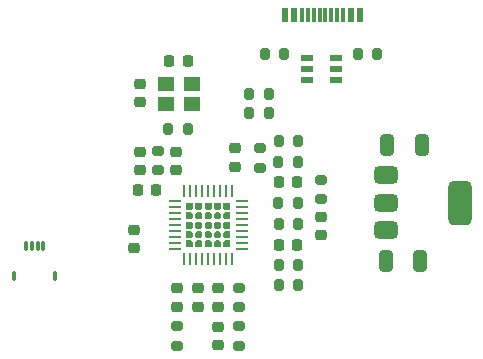
<source format=gbr>
%TF.GenerationSoftware,KiCad,Pcbnew,8.0.4*%
%TF.CreationDate,2024-10-24T20:47:50-05:00*%
%TF.ProjectId,numlocked_HUB,6e756d6c-6f63-46b6-9564-5f4855422e6b,rev?*%
%TF.SameCoordinates,Original*%
%TF.FileFunction,Paste,Top*%
%TF.FilePolarity,Positive*%
%FSLAX46Y46*%
G04 Gerber Fmt 4.6, Leading zero omitted, Abs format (unit mm)*
G04 Created by KiCad (PCBNEW 8.0.4) date 2024-10-24 20:47:50*
%MOMM*%
%LPD*%
G01*
G04 APERTURE LIST*
G04 Aperture macros list*
%AMRoundRect*
0 Rectangle with rounded corners*
0 $1 Rounding radius*
0 $2 $3 $4 $5 $6 $7 $8 $9 X,Y pos of 4 corners*
0 Add a 4 corners polygon primitive as box body*
4,1,4,$2,$3,$4,$5,$6,$7,$8,$9,$2,$3,0*
0 Add four circle primitives for the rounded corners*
1,1,$1+$1,$2,$3*
1,1,$1+$1,$4,$5*
1,1,$1+$1,$6,$7*
1,1,$1+$1,$8,$9*
0 Add four rect primitives between the rounded corners*
20,1,$1+$1,$2,$3,$4,$5,0*
20,1,$1+$1,$4,$5,$6,$7,0*
20,1,$1+$1,$6,$7,$8,$9,0*
20,1,$1+$1,$8,$9,$2,$3,0*%
G04 Aperture macros list end*
%ADD10C,0.000000*%
%ADD11RoundRect,0.225000X0.250000X-0.225000X0.250000X0.225000X-0.250000X0.225000X-0.250000X-0.225000X0*%
%ADD12RoundRect,0.200000X-0.200000X-0.275000X0.200000X-0.275000X0.200000X0.275000X-0.200000X0.275000X0*%
%ADD13R,0.600000X1.150000*%
%ADD14R,0.300000X1.150000*%
%ADD15RoundRect,0.075000X-0.075000X-0.325000X0.075000X-0.325000X0.075000X0.325000X-0.075000X0.325000X0*%
%ADD16RoundRect,0.100000X-0.100000X-0.300000X0.100000X-0.300000X0.100000X0.300000X-0.100000X0.300000X0*%
%ADD17RoundRect,0.225000X-0.225000X-0.250000X0.225000X-0.250000X0.225000X0.250000X-0.225000X0.250000X0*%
%ADD18R,1.066800X0.254000*%
%ADD19R,0.254000X1.066800*%
%ADD20RoundRect,0.225000X-0.250000X0.225000X-0.250000X-0.225000X0.250000X-0.225000X0.250000X0.225000X0*%
%ADD21RoundRect,0.200000X0.275000X-0.200000X0.275000X0.200000X-0.275000X0.200000X-0.275000X-0.200000X0*%
%ADD22RoundRect,0.250000X-0.325000X-0.650000X0.325000X-0.650000X0.325000X0.650000X-0.325000X0.650000X0*%
%ADD23RoundRect,0.225000X0.225000X0.250000X-0.225000X0.250000X-0.225000X-0.250000X0.225000X-0.250000X0*%
%ADD24RoundRect,0.200000X-0.275000X0.200000X-0.275000X-0.200000X0.275000X-0.200000X0.275000X0.200000X0*%
%ADD25RoundRect,0.200000X0.200000X0.275000X-0.200000X0.275000X-0.200000X-0.275000X0.200000X-0.275000X0*%
%ADD26R,1.092200X0.609600*%
%ADD27R,1.400000X1.200000*%
%ADD28RoundRect,0.375000X-0.625000X-0.375000X0.625000X-0.375000X0.625000X0.375000X-0.625000X0.375000X0*%
%ADD29RoundRect,0.500000X-0.500000X-1.400000X0.500000X-1.400000X0.500000X1.400000X-0.500000X1.400000X0*%
G04 APERTURE END LIST*
D10*
%TO.C,U1*%
G36*
X165518900Y-61277479D02*
G01*
X165377479Y-61418900D01*
X164944530Y-61418900D01*
X164944530Y-60844530D01*
X165518900Y-60844530D01*
X165518900Y-61277479D01*
G37*
G36*
X165518900Y-64122521D02*
G01*
X165518900Y-64555470D01*
X164944530Y-64555470D01*
X164944530Y-63981100D01*
X165377479Y-63981100D01*
X165518900Y-64122521D01*
G37*
G36*
X168655470Y-61418900D02*
G01*
X168222521Y-61418900D01*
X168081100Y-61277479D01*
X168081100Y-60844530D01*
X168655470Y-60844530D01*
X168655470Y-61418900D01*
G37*
G36*
X168655470Y-64555470D02*
G01*
X168081100Y-64555470D01*
X168081100Y-64122521D01*
X168222521Y-63981100D01*
X168655470Y-63981100D01*
X168655470Y-64555470D01*
G37*
G36*
X165518900Y-61760321D02*
G01*
X165518900Y-62064879D01*
X165377479Y-62206300D01*
X164944530Y-62206300D01*
X164944530Y-61618900D01*
X165377479Y-61618900D01*
X165518900Y-61760321D01*
G37*
G36*
X165518900Y-62547721D02*
G01*
X165518900Y-62852279D01*
X165377479Y-62993700D01*
X164944530Y-62993700D01*
X164944530Y-62406300D01*
X165377479Y-62406300D01*
X165518900Y-62547721D01*
G37*
G36*
X165518900Y-63335121D02*
G01*
X165518900Y-63639679D01*
X165377479Y-63781100D01*
X164944530Y-63781100D01*
X164944530Y-63193700D01*
X165377479Y-63193700D01*
X165518900Y-63335121D01*
G37*
G36*
X166306300Y-61277479D02*
G01*
X166164879Y-61418900D01*
X165860321Y-61418900D01*
X165718900Y-61277479D01*
X165718900Y-60844530D01*
X166306300Y-60844530D01*
X166306300Y-61277479D01*
G37*
G36*
X166306300Y-64122521D02*
G01*
X166306300Y-64555470D01*
X165718900Y-64555470D01*
X165718900Y-64122521D01*
X165860321Y-63981100D01*
X166164879Y-63981100D01*
X166306300Y-64122521D01*
G37*
G36*
X167093700Y-61277479D02*
G01*
X166952279Y-61418900D01*
X166647721Y-61418900D01*
X166506300Y-61277479D01*
X166506300Y-60844530D01*
X167093700Y-60844530D01*
X167093700Y-61277479D01*
G37*
G36*
X167093700Y-64122521D02*
G01*
X167093700Y-64555470D01*
X166506300Y-64555470D01*
X166506300Y-64122521D01*
X166647721Y-63981100D01*
X166952279Y-63981100D01*
X167093700Y-64122521D01*
G37*
G36*
X167881100Y-61277479D02*
G01*
X167739679Y-61418900D01*
X167435121Y-61418900D01*
X167293700Y-61277479D01*
X167293700Y-60844530D01*
X167881100Y-60844530D01*
X167881100Y-61277479D01*
G37*
G36*
X167881100Y-64122521D02*
G01*
X167881100Y-64555470D01*
X167293700Y-64555470D01*
X167293700Y-64122521D01*
X167435121Y-63981100D01*
X167739679Y-63981100D01*
X167881100Y-64122521D01*
G37*
G36*
X168655470Y-62206300D02*
G01*
X168222521Y-62206300D01*
X168081100Y-62064879D01*
X168081100Y-61760321D01*
X168222521Y-61618900D01*
X168655470Y-61618900D01*
X168655470Y-62206300D01*
G37*
G36*
X168655470Y-62993700D02*
G01*
X168222521Y-62993700D01*
X168081100Y-62852279D01*
X168081100Y-62547721D01*
X168222521Y-62406300D01*
X168655470Y-62406300D01*
X168655470Y-62993700D01*
G37*
G36*
X168655470Y-63781100D02*
G01*
X168222521Y-63781100D01*
X168081100Y-63639679D01*
X168081100Y-63335121D01*
X168222521Y-63193700D01*
X168655470Y-63193700D01*
X168655470Y-63781100D01*
G37*
G36*
X166306300Y-61760321D02*
G01*
X166306300Y-62064879D01*
X166164879Y-62206300D01*
X165860321Y-62206300D01*
X165718900Y-62064879D01*
X165718900Y-61760321D01*
X165860321Y-61618900D01*
X166164879Y-61618900D01*
X166306300Y-61760321D01*
G37*
G36*
X166306300Y-62547721D02*
G01*
X166306300Y-62852279D01*
X166164879Y-62993700D01*
X165860321Y-62993700D01*
X165718900Y-62852279D01*
X165718900Y-62547721D01*
X165860321Y-62406300D01*
X166164879Y-62406300D01*
X166306300Y-62547721D01*
G37*
G36*
X166306300Y-63335121D02*
G01*
X166306300Y-63639679D01*
X166164879Y-63781100D01*
X165860321Y-63781100D01*
X165718900Y-63639679D01*
X165718900Y-63335121D01*
X165860321Y-63193700D01*
X166164879Y-63193700D01*
X166306300Y-63335121D01*
G37*
G36*
X167093700Y-61760321D02*
G01*
X167093700Y-62064879D01*
X166952279Y-62206300D01*
X166647721Y-62206300D01*
X166506300Y-62064879D01*
X166506300Y-61760321D01*
X166647721Y-61618900D01*
X166952279Y-61618900D01*
X167093700Y-61760321D01*
G37*
G36*
X167093700Y-62547721D02*
G01*
X167093700Y-62852279D01*
X166952279Y-62993700D01*
X166647721Y-62993700D01*
X166506300Y-62852279D01*
X166506300Y-62547721D01*
X166647721Y-62406300D01*
X166952279Y-62406300D01*
X167093700Y-62547721D01*
G37*
G36*
X167093700Y-63335121D02*
G01*
X167093700Y-63639679D01*
X166952279Y-63781100D01*
X166647721Y-63781100D01*
X166506300Y-63639679D01*
X166506300Y-63335121D01*
X166647721Y-63193700D01*
X166952279Y-63193700D01*
X167093700Y-63335121D01*
G37*
G36*
X167881100Y-61760321D02*
G01*
X167881100Y-62064879D01*
X167739679Y-62206300D01*
X167435121Y-62206300D01*
X167293700Y-62064879D01*
X167293700Y-61760321D01*
X167435121Y-61618900D01*
X167739679Y-61618900D01*
X167881100Y-61760321D01*
G37*
G36*
X167881100Y-62547721D02*
G01*
X167881100Y-62852279D01*
X167739679Y-62993700D01*
X167435121Y-62993700D01*
X167293700Y-62852279D01*
X167293700Y-62547721D01*
X167435121Y-62406300D01*
X167739679Y-62406300D01*
X167881100Y-62547721D01*
G37*
G36*
X167881100Y-63335121D02*
G01*
X167881100Y-63639679D01*
X167739679Y-63781100D01*
X167435121Y-63781100D01*
X167293700Y-63639679D01*
X167293700Y-63335121D01*
X167435121Y-63193700D01*
X167739679Y-63193700D01*
X167881100Y-63335121D01*
G37*
%TD*%
D11*
%TO.C,C15*%
X161000000Y-58025000D03*
X161000000Y-56475000D03*
%TD*%
D12*
%TO.C,R6*%
X172743900Y-60840000D03*
X174393900Y-60840000D03*
%TD*%
D13*
%TO.C,J1*%
X179677500Y-44955000D03*
X178877500Y-44955000D03*
D14*
X177727500Y-44955000D03*
X176727500Y-44955000D03*
X176227500Y-44955000D03*
X175227500Y-44955000D03*
D13*
X173277500Y-44955000D03*
X174077500Y-44955000D03*
D14*
X174727500Y-44955000D03*
X175727500Y-44955000D03*
X177227500Y-44955000D03*
X178227500Y-44955000D03*
%TD*%
D15*
%TO.C,J5*%
X151350000Y-64500000D03*
X151850000Y-64500000D03*
X152350000Y-64500000D03*
X152850000Y-64500000D03*
D16*
X150350000Y-67000000D03*
X153850000Y-67000000D03*
%TD*%
D17*
%TO.C,C5*%
X172808900Y-64380000D03*
X174358900Y-64380000D03*
%TD*%
D18*
%TO.C,U1*%
X163955200Y-60668000D03*
X163955200Y-61176000D03*
X163955200Y-61684000D03*
X163955200Y-62192000D03*
X163955200Y-62700000D03*
X163955200Y-63208000D03*
X163955200Y-63716000D03*
X163955200Y-64224000D03*
X163955200Y-64732000D03*
D19*
X164768000Y-65544800D03*
X165276000Y-65544800D03*
X165784000Y-65544800D03*
X166292000Y-65544800D03*
X166800000Y-65544800D03*
X167308000Y-65544800D03*
X167816000Y-65544800D03*
X168324000Y-65544800D03*
X168832000Y-65544800D03*
D18*
X169644800Y-64732000D03*
X169644800Y-64224000D03*
X169644800Y-63716000D03*
X169644800Y-63208000D03*
X169644800Y-62700000D03*
X169644800Y-62192000D03*
X169644800Y-61684000D03*
X169644800Y-61176000D03*
X169644800Y-60668000D03*
D19*
X168832000Y-59855200D03*
X168324000Y-59855200D03*
X167816000Y-59855200D03*
X167308000Y-59855200D03*
X166800000Y-59855200D03*
X166292000Y-59855200D03*
X165784000Y-59855200D03*
X165276000Y-59855200D03*
X164768000Y-59855200D03*
%TD*%
D12*
%TO.C,R16*%
X171575000Y-48200000D03*
X173225000Y-48200000D03*
%TD*%
D11*
%TO.C,C9*%
X164100000Y-58025000D03*
X164100000Y-56475000D03*
%TD*%
D12*
%TO.C,R8*%
X172763207Y-66090000D03*
X174413207Y-66090000D03*
%TD*%
D20*
%TO.C,C1*%
X160550000Y-63075000D03*
X160550000Y-64625000D03*
%TD*%
D11*
%TO.C,C10*%
X165898900Y-69615000D03*
X165898900Y-68065000D03*
%TD*%
D12*
%TO.C,R5*%
X170275000Y-53200000D03*
X171925000Y-53200000D03*
%TD*%
D21*
%TO.C,R12*%
X171209607Y-57849293D03*
X171209607Y-56199293D03*
%TD*%
D11*
%TO.C,C11*%
X161050000Y-52315000D03*
X161050000Y-50765000D03*
%TD*%
D22*
%TO.C,C13*%
X181925000Y-55900000D03*
X184875000Y-55900000D03*
%TD*%
D12*
%TO.C,R7*%
X172758900Y-62590000D03*
X174408900Y-62590000D03*
%TD*%
D23*
%TO.C,C4*%
X162375000Y-59700000D03*
X160825000Y-59700000D03*
%TD*%
D24*
%TO.C,R3*%
X169398900Y-68015000D03*
X169398900Y-69665000D03*
%TD*%
D11*
%TO.C,C6*%
X169100000Y-57750707D03*
X169100000Y-56200707D03*
%TD*%
D22*
%TO.C,C14*%
X181825000Y-65700000D03*
X184775000Y-65700000D03*
%TD*%
D12*
%TO.C,R14*%
X163425000Y-54550000D03*
X165075000Y-54550000D03*
%TD*%
D17*
%TO.C,C8*%
X172798900Y-59090000D03*
X174348900Y-59090000D03*
%TD*%
D24*
%TO.C,R9*%
X176388900Y-58855000D03*
X176388900Y-60505000D03*
%TD*%
D25*
%TO.C,R4*%
X174425000Y-67800000D03*
X172775000Y-67800000D03*
%TD*%
D26*
%TO.C,U4*%
X177644600Y-50439800D03*
X177644600Y-49500000D03*
X177644600Y-48560200D03*
X175155400Y-48560200D03*
X175155400Y-49500000D03*
X175155400Y-50439800D03*
%TD*%
D25*
%TO.C,R15*%
X181125000Y-48200000D03*
X179475000Y-48200000D03*
%TD*%
D12*
%TO.C,R17*%
X170275000Y-51600000D03*
X171925000Y-51600000D03*
%TD*%
D20*
%TO.C,C2*%
X164148900Y-68065000D03*
X164148900Y-69615000D03*
%TD*%
D25*
%TO.C,R10*%
X174413900Y-55590000D03*
X172763900Y-55590000D03*
%TD*%
D21*
%TO.C,R13*%
X162550000Y-58075000D03*
X162550000Y-56425000D03*
%TD*%
D24*
%TO.C,R1*%
X164148900Y-71265000D03*
X164148900Y-72915000D03*
%TD*%
D20*
%TO.C,C7*%
X176388900Y-61975000D03*
X176388900Y-63525000D03*
%TD*%
D23*
%TO.C,C12*%
X165075000Y-48790000D03*
X163525000Y-48790000D03*
%TD*%
D20*
%TO.C,C3*%
X167648900Y-68065000D03*
X167648900Y-69615000D03*
%TD*%
D27*
%TO.C,Y1*%
X163200000Y-52450000D03*
X165400000Y-52450000D03*
X165400000Y-50750000D03*
X163200000Y-50750000D03*
%TD*%
D24*
%TO.C,R2*%
X169400000Y-71265000D03*
X169400000Y-72915000D03*
%TD*%
D28*
%TO.C,U2*%
X181850000Y-58500000D03*
X181850000Y-60800000D03*
X181850000Y-63100000D03*
D29*
X188150000Y-60800000D03*
%TD*%
D12*
%TO.C,R11*%
X172753900Y-57340000D03*
X174403900Y-57340000D03*
%TD*%
D20*
%TO.C,C16*%
X167648900Y-71315000D03*
X167648900Y-72865000D03*
%TD*%
M02*

</source>
